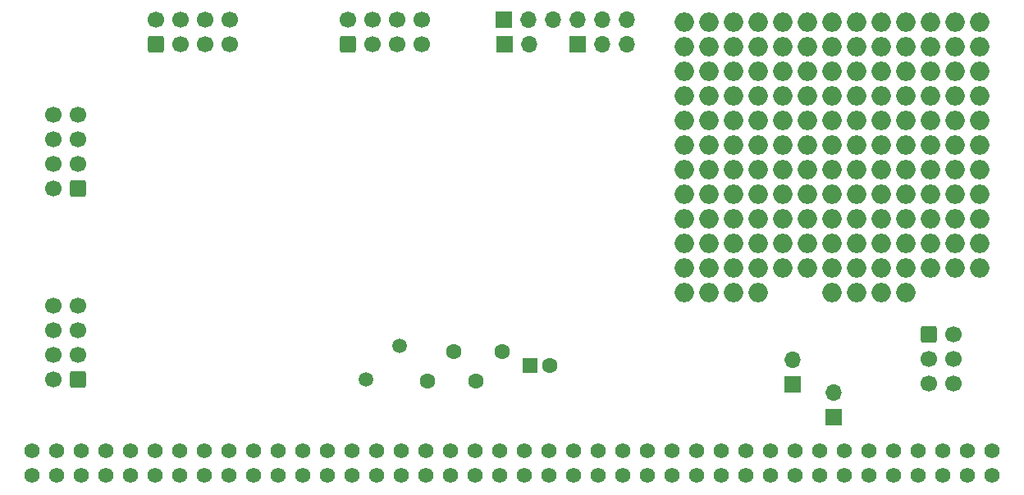
<source format=gbr>
%TF.GenerationSoftware,KiCad,Pcbnew,6.0.2+dfsg-1*%
%TF.CreationDate,2024-03-03T12:29:16-06:00*%
%TF.ProjectId,rc-duino,72632d64-7569-46e6-9f2e-6b696361645f,rev?*%
%TF.SameCoordinates,Original*%
%TF.FileFunction,Soldermask,Bot*%
%TF.FilePolarity,Negative*%
%FSLAX46Y46*%
G04 Gerber Fmt 4.6, Leading zero omitted, Abs format (unit mm)*
G04 Created by KiCad (PCBNEW 6.0.2+dfsg-1) date 2024-03-03 12:29:16*
%MOMM*%
%LPD*%
G01*
G04 APERTURE LIST*
G04 Aperture macros list*
%AMRoundRect*
0 Rectangle with rounded corners*
0 $1 Rounding radius*
0 $2 $3 $4 $5 $6 $7 $8 $9 X,Y pos of 4 corners*
0 Add a 4 corners polygon primitive as box body*
4,1,4,$2,$3,$4,$5,$6,$7,$8,$9,$2,$3,0*
0 Add four circle primitives for the rounded corners*
1,1,$1+$1,$2,$3*
1,1,$1+$1,$4,$5*
1,1,$1+$1,$6,$7*
1,1,$1+$1,$8,$9*
0 Add four rect primitives between the rounded corners*
20,1,$1+$1,$2,$3,$4,$5,0*
20,1,$1+$1,$4,$5,$6,$7,0*
20,1,$1+$1,$6,$7,$8,$9,0*
20,1,$1+$1,$8,$9,$2,$3,0*%
G04 Aperture macros list end*
%ADD10R,1.700000X1.700000*%
%ADD11O,1.700000X1.700000*%
%ADD12RoundRect,0.250000X-0.600000X-0.600000X0.600000X-0.600000X0.600000X0.600000X-0.600000X0.600000X0*%
%ADD13C,1.700000*%
%ADD14RoundRect,0.250000X0.600000X-0.600000X0.600000X0.600000X-0.600000X0.600000X-0.600000X-0.600000X0*%
%ADD15C,1.600000*%
%ADD16O,2.000000X2.000000*%
%ADD17C,1.500000*%
%ADD18C,1.574800*%
%ADD19RoundRect,0.250000X0.600000X0.600000X-0.600000X0.600000X-0.600000X-0.600000X0.600000X-0.600000X0*%
%ADD20R,1.600000X1.600000*%
G04 APERTURE END LIST*
D10*
%TO.C,J2*%
X108686600Y-40594006D03*
D11*
X111226600Y-40594006D03*
X113766600Y-40594006D03*
X116306600Y-40594006D03*
X118846600Y-40594006D03*
X121386600Y-40594006D03*
%TD*%
D12*
%TO.C,J8*%
X152564188Y-73106006D03*
D13*
X155104188Y-73106006D03*
X152564188Y-75646006D03*
X155104188Y-75646006D03*
X152564188Y-78186006D03*
X155104188Y-78186006D03*
%TD*%
D14*
%TO.C,J5*%
X72808188Y-43134006D03*
D13*
X72808188Y-40594006D03*
X75348188Y-43134006D03*
X75348188Y-40594006D03*
X77888188Y-43134006D03*
X77888188Y-40594006D03*
X80428188Y-43134006D03*
X80428188Y-40594006D03*
%TD*%
D15*
%TO.C,C6*%
X100838000Y-77927200D03*
X105838000Y-77927200D03*
%TD*%
D16*
%TO.C,J7*%
X129860505Y-66223810D03*
X152707933Y-50954346D03*
X142560505Y-61143810D03*
X147640505Y-40823810D03*
X132400505Y-45903810D03*
X152720498Y-58603810D03*
X140020505Y-43363810D03*
X150180505Y-66223810D03*
X145087940Y-50954346D03*
X155260498Y-56063810D03*
X134940505Y-53523810D03*
X150180505Y-40823810D03*
X127305291Y-50949047D03*
X152720498Y-66223810D03*
X127317856Y-63678511D03*
X157800498Y-63683810D03*
X137480505Y-61143810D03*
X129847940Y-50954346D03*
X127317856Y-40818511D03*
X127317856Y-53518511D03*
X152720498Y-63683810D03*
X145100505Y-48443810D03*
X137480505Y-58603810D03*
X147640505Y-48443810D03*
X140020505Y-40823810D03*
X134940505Y-40823810D03*
X132400505Y-48443810D03*
X145100505Y-66223810D03*
X145100505Y-56063810D03*
X142560505Y-58603810D03*
X129860505Y-45903810D03*
X134940505Y-66223810D03*
X157800498Y-61143810D03*
X152720498Y-53523810D03*
X147640505Y-56063810D03*
X132400505Y-40823810D03*
X157800498Y-40823810D03*
X150180505Y-45903810D03*
X152720498Y-61143810D03*
X140020505Y-45903810D03*
X140020505Y-58603810D03*
X129860505Y-63683810D03*
X145100505Y-45903810D03*
X145100505Y-40823810D03*
X142560505Y-40823810D03*
X155260498Y-45903810D03*
X145100505Y-43363810D03*
X150180505Y-53523810D03*
X137480505Y-45903810D03*
X145100505Y-61143810D03*
X147640505Y-63683810D03*
X127317856Y-58598511D03*
X145100505Y-58603810D03*
X129860505Y-61143810D03*
X147640505Y-58603810D03*
X152720498Y-45903810D03*
X127317856Y-45898511D03*
X142560505Y-43363810D03*
X152720498Y-56063810D03*
X140020505Y-56063810D03*
X140020505Y-63683810D03*
X140020505Y-53523810D03*
X155260498Y-43363810D03*
X155260498Y-61143810D03*
X137480505Y-43363810D03*
X140020505Y-48443810D03*
X157800498Y-45903810D03*
X134940505Y-43363810D03*
X147640505Y-53523810D03*
X157800498Y-43363810D03*
X132400505Y-58603810D03*
X142560505Y-63683810D03*
X132400505Y-53523810D03*
X155260498Y-48443810D03*
X132400505Y-66223810D03*
X127317856Y-48438511D03*
X137480505Y-66223810D03*
X134940505Y-63683810D03*
X127317856Y-56058511D03*
X157800498Y-56063810D03*
X157787933Y-50954346D03*
X147640505Y-45903810D03*
X142547940Y-50954346D03*
X127317856Y-43358511D03*
X137480505Y-53523810D03*
X155260498Y-66223810D03*
X145100505Y-63683810D03*
X134940505Y-48443810D03*
X147640505Y-43363810D03*
X152720498Y-43363810D03*
X129860505Y-40823810D03*
X134940505Y-58603810D03*
X142560505Y-45903810D03*
X134940505Y-56063810D03*
X132387940Y-50954346D03*
X150180505Y-58603810D03*
X155247933Y-50954346D03*
X137480505Y-56063810D03*
X132400505Y-63683810D03*
X157800498Y-58603810D03*
X134940505Y-45903810D03*
X140007940Y-50954346D03*
X147640505Y-66223810D03*
X142560505Y-66223810D03*
X142560505Y-53523810D03*
X155260498Y-53523810D03*
X129860505Y-48443810D03*
X134927940Y-50954346D03*
X137480505Y-40823810D03*
X145100505Y-53523810D03*
X127317856Y-66218511D03*
X140020505Y-66223810D03*
X129860505Y-56063810D03*
X152720498Y-48443810D03*
X129860505Y-53523810D03*
X142560505Y-56063810D03*
X150180505Y-63683810D03*
X150180505Y-43363810D03*
X150180505Y-48443810D03*
X150180505Y-61143810D03*
X157800498Y-66223810D03*
X137480505Y-48443810D03*
X157800498Y-53523810D03*
X155260498Y-40823810D03*
X129860505Y-43363810D03*
X147627940Y-50954346D03*
X155260498Y-63683810D03*
X127317856Y-61138511D03*
X129860505Y-58603810D03*
X134940505Y-61143810D03*
X132400505Y-61143810D03*
X137480505Y-63683810D03*
X132400505Y-56063810D03*
X155260498Y-58603810D03*
X150167940Y-50954346D03*
X157800498Y-48443810D03*
X140020505Y-61143810D03*
X142560505Y-48443810D03*
X150180505Y-56063810D03*
X147640505Y-61143810D03*
X132400505Y-43363810D03*
X137467940Y-50954346D03*
X152720498Y-40823810D03*
X127317856Y-68758511D03*
X132397856Y-68758511D03*
X129857856Y-68758511D03*
X134937856Y-68758511D03*
X142557856Y-68758511D03*
X150177856Y-68758511D03*
X147637856Y-68758511D03*
X145097856Y-68758511D03*
%TD*%
D10*
%TO.C,J14*%
X138506200Y-78282800D03*
D11*
X138506200Y-75742800D03*
%TD*%
D17*
%TO.C,Y1*%
X97917000Y-74269600D03*
X94466319Y-77720281D03*
%TD*%
D10*
%TO.C,J3*%
X108736194Y-43134006D03*
D11*
X111276194Y-43134006D03*
%TD*%
D14*
%TO.C,J4*%
X92620188Y-43134006D03*
D13*
X92620188Y-40594006D03*
X95160188Y-43134006D03*
X95160188Y-40594006D03*
X97700188Y-43134006D03*
X97700188Y-40594006D03*
X100240188Y-43134006D03*
X100240188Y-40594006D03*
%TD*%
D10*
%TO.C,J13*%
X142748000Y-81610200D03*
D11*
X142748000Y-79070200D03*
%TD*%
D18*
%TO.C,U1*%
X59996578Y-87668710D03*
X62536578Y-87668710D03*
X65076578Y-87668710D03*
X67616578Y-87668710D03*
X70156578Y-87668710D03*
X72696578Y-87668710D03*
X75236578Y-87668710D03*
X77776578Y-87668710D03*
X80316578Y-87668710D03*
X82856578Y-87668710D03*
X85396578Y-87668710D03*
X87936578Y-87668710D03*
X90476578Y-87668710D03*
X93016578Y-87668710D03*
X95556578Y-87668710D03*
X98096578Y-87668710D03*
X100636578Y-87668710D03*
X103176578Y-87668710D03*
X105716578Y-87668710D03*
X108256578Y-87668710D03*
X110796578Y-87668710D03*
X113336578Y-87668710D03*
X115876578Y-87668710D03*
X118416578Y-87668710D03*
X120956578Y-87668710D03*
X123496578Y-87668710D03*
X126036578Y-87668710D03*
X128576578Y-87668710D03*
X131116578Y-87668710D03*
X133656578Y-87668710D03*
X136196578Y-87668710D03*
X138736578Y-87668710D03*
X141276578Y-87668710D03*
X143816578Y-87668710D03*
X146356578Y-87668710D03*
X148896578Y-87668710D03*
X151436578Y-87668710D03*
X153976578Y-87668710D03*
X156516578Y-87668710D03*
X159056578Y-87668710D03*
X59996578Y-85128710D03*
X62536578Y-85128710D03*
X65076578Y-85128710D03*
X67616578Y-85128710D03*
X70156578Y-85128710D03*
X72696578Y-85128710D03*
X75236578Y-85128710D03*
X77776578Y-85128710D03*
X80316578Y-85128710D03*
X82856578Y-85128710D03*
X85396578Y-85128710D03*
X87936578Y-85128710D03*
X90476578Y-85128710D03*
X93016578Y-85128710D03*
X95556578Y-85128710D03*
X98096578Y-85128710D03*
X100636578Y-85128710D03*
X103176578Y-85128710D03*
X105716578Y-85128710D03*
X108256578Y-85128710D03*
X110796578Y-85128710D03*
X113336578Y-85128710D03*
X115876578Y-85128710D03*
X118416578Y-85128710D03*
X120956578Y-85128710D03*
X123496578Y-85128710D03*
X126036578Y-85128710D03*
X128576578Y-85128710D03*
X131116578Y-85128710D03*
X133656578Y-85128710D03*
X136196578Y-85128710D03*
X138736578Y-85128710D03*
X141276578Y-85128710D03*
X143816578Y-85128710D03*
X146356578Y-85128710D03*
X148896578Y-85128710D03*
X151436578Y-85128710D03*
X153976578Y-85128710D03*
X156516578Y-85128710D03*
X159056578Y-85128710D03*
%TD*%
D19*
%TO.C,J10*%
X64771788Y-57982221D03*
D13*
X62231788Y-57982221D03*
X64771788Y-55442221D03*
X62231788Y-55442221D03*
X64771788Y-52902221D03*
X62231788Y-52902221D03*
X64771788Y-50362221D03*
X62231788Y-50362221D03*
%TD*%
D20*
%TO.C,47uf1*%
X111421449Y-76312200D03*
D15*
X113421449Y-76312200D03*
%TD*%
%TO.C,C5*%
X103505000Y-74853800D03*
X108505000Y-74853800D03*
%TD*%
D10*
%TO.C,J1*%
X116306600Y-43134006D03*
D11*
X118846600Y-43134006D03*
X121386600Y-43134006D03*
%TD*%
D19*
%TO.C,J6*%
X64771788Y-77711906D03*
D13*
X62231788Y-77711906D03*
X64771788Y-75171906D03*
X62231788Y-75171906D03*
X64771788Y-72631906D03*
X62231788Y-72631906D03*
X64771788Y-70091906D03*
X62231788Y-70091906D03*
%TD*%
M02*

</source>
